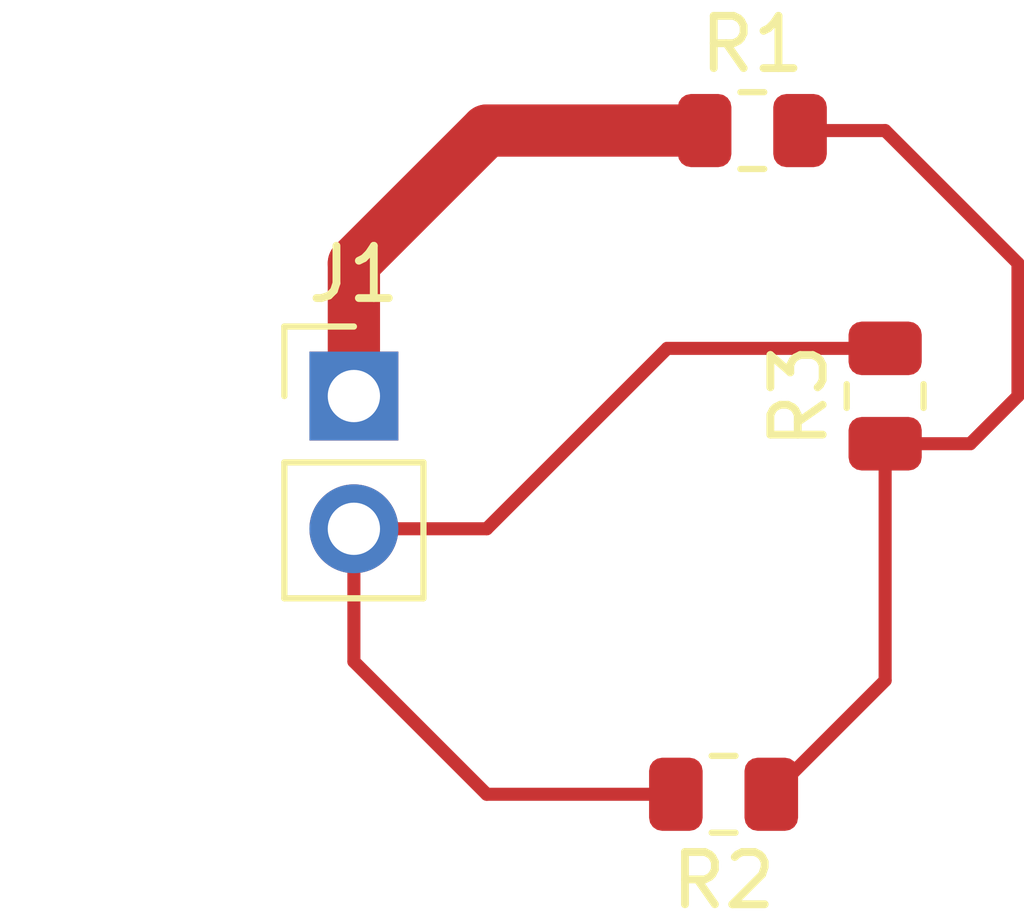
<source format=kicad_pcb>
(kicad_pcb (version 20211014) (generator pcbnew)
  (layers (0 "F.Cu" signal) (31 "B.Cu" signal) (34 "B.Paste" user) (35 "F.Paste" user) (36 "B.SilkS" user "B.Silkscreen") (37 "F.SilkS" user "F.Silkscreen") (38 "B.Mask" user) (39 "F.Mask" user) (44 "Edge.Cuts" user))
  (net 0 "")
  (net 1 "Net-(BT1-Pad1)")
  (net 2 "GND")
  (net 3 "Net-(R1-Pad2)")
  (footprint "Resistor_SMD:R_0805_2012Metric" (layer "F.Cu") (at 139.15 109.22 180)
    (fp_text reference "R2" (at 0 -1.65) (layer "F.SilkS"))
    (fp_text value "200")
    (fp_line (start -0.227064 0.735) (end 0.227064 0.735) (layer "F.SilkS") (width 0.12))
    (fp_line (start -0.227064 -0.735) (end 0.227064 -0.735) (layer "F.SilkS") (width 0.12))
    (pad "1" smd roundrect (at -0.9125 0 180) (size 1.025 1.4) (layers "F.Cu" "F.Paste" "F.Mask") (roundrect_rratio 0.243902) (net 3 "Net-(R1-Pad2)"))
    (pad "2" smd roundrect (at 0.9125 0 180) (size 1.025 1.4) (layers "F.Cu" "F.Paste" "F.Mask") (roundrect_rratio 0.243902) (net 2 "GND"))
  )
  (footprint "Connector_PinHeader_2.54mm:PinHeader_1x02_P2.54mm_Vertical" (layer "F.Cu") (at 132.08 101.6)
    (fp_text reference "J1" (at 0 -2.33) (layer "F.SilkS"))
    (fp_text value "Conn_01x02_Male")
    (fp_line (start -1.33 1.27) (end 1.33 1.27) (layer "F.SilkS") (width 0.12))
    (fp_line (start 1.33 1.27) (end 1.33 3.87) (layer "F.SilkS") (width 0.12))
    (fp_line (start -1.33 -1.33) (end 0 -1.33) (layer "F.SilkS") (width 0.12))
    (fp_line (start -1.33 0) (end -1.33 -1.33) (layer "F.SilkS") (width 0.12))
    (fp_line (start -1.33 3.87) (end 1.33 3.87) (layer "F.SilkS") (width 0.12))
    (fp_line (start -1.33 1.27) (end -1.33 3.87) (layer "F.SilkS") (width 0.12))
    (pad "1" thru_hole rect (at 0 0) (size 1.7 1.7) (drill 1) (layers *.Cu *.Mask) (net 1 "Net-(BT1-Pad1)"))
    (pad "2" thru_hole oval (at 0 2.54) (size 1.7 1.7) (drill 1) (layers *.Cu *.Mask) (net 2 "GND"))
  )
  (footprint "Resistor_SMD:R_0805_2012Metric" (layer "F.Cu") (at 142.24 101.6 90)
    (fp_text reference "R3" (at 0 -1.65 90) (layer "F.SilkS"))
    (fp_text value "50")
    (fp_line (start -0.227064 0.735) (end 0.227064 0.735) (layer "F.SilkS") (width 0.12))
    (fp_line (start -0.227064 -0.735) (end 0.227064 -0.735) (layer "F.SilkS") (width 0.12))
    (pad "1" smd roundrect (at -0.9125 0 90) (size 1.025 1.4) (layers "F.Cu" "F.Paste" "F.Mask") (roundrect_rratio 0.243902) (net 3 "Net-(R1-Pad2)"))
    (pad "2" smd roundrect (at 0.9125 0 90) (size 1.025 1.4) (layers "F.Cu" "F.Paste" "F.Mask") (roundrect_rratio 0.243902) (net 2 "GND"))
  )
  (footprint "Resistor_SMD:R_0805_2012Metric" (layer "F.Cu") (at 139.7 96.52)
    (fp_text reference "R1" (at 0 -1.65) (layer "F.SilkS"))
    (fp_text value "100")
    (fp_line (start -0.227064 0.735) (end 0.227064 0.735) (layer "F.SilkS") (width 0.12))
    (fp_line (start -0.227064 -0.735) (end 0.227064 -0.735) (layer "F.SilkS") (width 0.12))
    (pad "1" smd roundrect (at -0.9125 0) (size 1.025 1.4) (layers "F.Cu" "F.Paste" "F.Mask") (roundrect_rratio 0.243902) (net 1 "Net-(BT1-Pad1)"))
    (pad "2" smd roundrect (at 0.9125 0) (size 1.025 1.4) (layers "F.Cu" "F.Paste" "F.Mask") (roundrect_rratio 0.243902) (net 3 "Net-(R1-Pad2)"))
  )
  (segment (start 134.62 96.52) (end 138.7875 96.52) (width 1) (layer "F.Cu") (net 1))
  (segment (start 132.08 101.6) (end 132.08 99.06) (width 1) (layer "F.Cu") (net 1))
  (segment (start 132.08 99.06) (end 134.62 96.52) (width 1) (layer "F.Cu") (net 1))
  (segment (start 132.08 104.14) (end 132.08 106.68) (width 0.25) (layer "F.Cu") (net 2))
  (segment (start 134.62 104.14) (end 132.08 104.14) (width 0.25) (layer "F.Cu") (net 2))
  (segment (start 142.24 100.6875) (end 138.0725 100.6875) (width 0.25) (layer "F.Cu") (net 2))
  (segment (start 138.0725 100.6875) (end 134.62 104.14) (width 0.25) (layer "F.Cu") (net 2))
  (segment (start 134.62 109.22) (end 138.2375 109.22) (width 0.25) (layer "F.Cu") (net 2))
  (segment (start 132.08 106.68) (end 134.62 109.22) (width 0.25) (layer "F.Cu") (net 2))
  (segment (start 142.24 107.0425) (end 140.0625 109.22) (width 0.25) (layer "F.Cu") (net 3))
  (segment (start 143.8675 102.5125) (end 142.24 102.5125) (width 0.25) (layer "F.Cu") (net 3))
  (segment (start 144.78 101.6) (end 143.8675 102.5125) (width 0.25) (layer "F.Cu") (net 3))
  (segment (start 140.6125 96.52) (end 142.24 96.52) (width 0.25) (layer "F.Cu") (net 3))
  (segment (start 144.78 99.06) (end 144.78 101.6) (width 0.25) (layer "F.Cu") (net 3))
  (segment (start 142.24 102.5125) (end 142.24 107.0425) (width 0.25) (layer "F.Cu") (net 3))
  (segment (start 142.24 96.52) (end 144.78 99.06) (width 0.25) (layer "F.Cu") (net 3))
)
</source>
